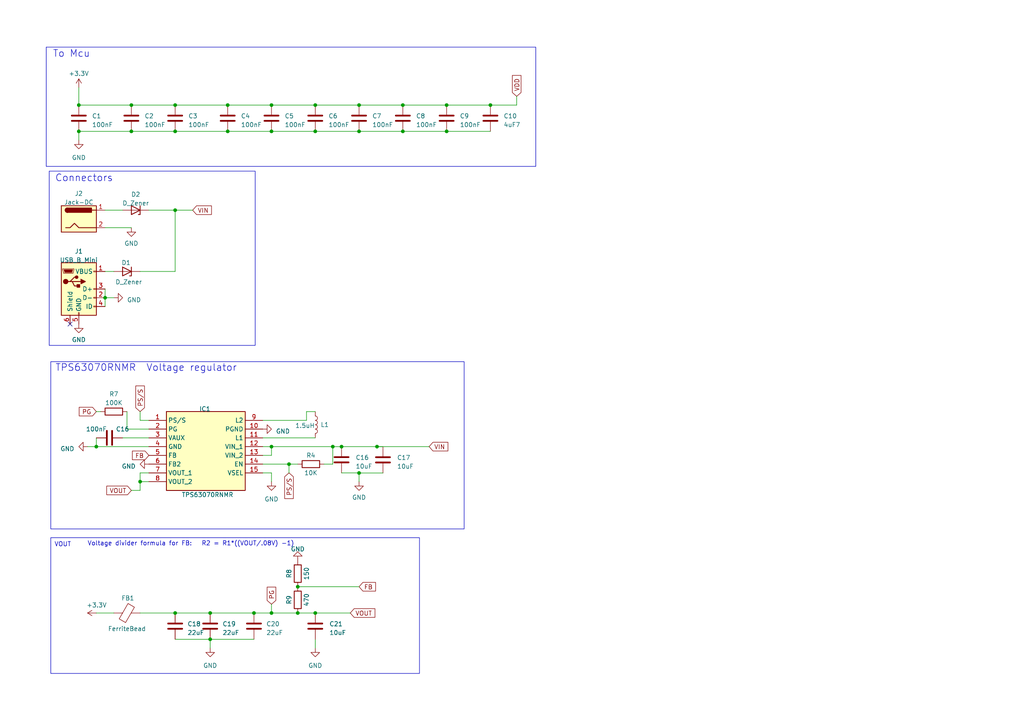
<source format=kicad_sch>
(kicad_sch (version 20230121) (generator eeschema)
  (paper "A4")
  (lib_symbols
    (symbol "Connector:Jack-DC" (pin_names (offset 1.016))
      (property "Reference" "J2" (at 0 7.366 0))
      (property "Value" "Jack-DC" (at 0 4.826 0))
      (symbol "Jack-DC_0_1"
        (rectangle (start -5.08 3.81) (end 5.08 -3.81) (stroke (width 0.254)) (fill (type background)))
        (arc (start -3.302 3.175) (mid -3.9343 2.54) (end -3.302 1.905) (stroke (width 0.254)))
        (arc (start -3.302 3.175) (mid -3.9343 2.54) (end -3.302 1.905) (stroke (width 0.254)) (fill (type outline)))
        (rectangle (start -3.302 3.175) (end 3.683 1.905) (stroke (width 0.254)) (fill (type outline)))
        (polyline (pts (xy 5.08 2.54) (xy 3.81 2.54)) (stroke (width 0.254)))
        (polyline (pts (xy -3.81 -2.54) (xy -2.54 -2.54) (xy -1.27 -1.27) (xy 0 -2.54) (xy 2.54 -2.54) (xy 5.08 -2.54)) (stroke (width 0.254)))
      )
      (symbol "Jack-DC_1_1"
        (pin power_out line (at 7.62 2.54 180) (length 2.54) (name "~") (number "1"))
        (pin passive line (at 7.62 -2.54 180) (length 2.54) (name "~") (number "2"))
      )
    )
    (symbol "Connector:USB_B_Mini" (pin_names (offset 1.016))
      (property "Reference" "J" (at -5.08 11.43 0))
      (property "Value" "USB_B_Mini" (at -5.08 8.89 0))
      (symbol "USB_B_Mini_0_1"
        (rectangle (start -5.08 -7.62) (end 5.08 7.62) (stroke (width 0.254)) (fill (type background)))
        (circle (center -3.81 2.159) (radius 0.635) (stroke (width 0.254)) (fill (type outline)))
        (circle (center -0.635 3.429) (radius 0.381) (stroke (width 0.254)) (fill (type outline)))
        (rectangle (start -0.127 -7.62) (end 0.127 -6.858))
        (polyline (pts (xy -1.905 2.159) (xy 0.635 2.159)) (stroke (width 0.254)))
        (polyline (pts (xy -3.175 2.159) (xy -2.54 2.159) (xy -1.27 3.429) (xy -0.635 3.429)) (stroke (width 0.254)))
        (polyline (pts (xy -2.54 2.159) (xy -1.905 2.159) (xy -1.27 0.889) (xy 0 0.889)) (stroke (width 0.254)))
        (polyline (pts (xy 0.635 2.794) (xy 0.635 1.524) (xy 1.905 2.159) (xy 0.635 2.794)) (stroke (width 0.254)) (fill (type outline)))
        (polyline (pts (xy -4.318 5.588) (xy -1.778 5.588) (xy -2.032 4.826) (xy -4.064 4.826) (xy -4.318 5.588)) (fill (type outline)))
        (polyline (pts (xy -4.699 5.842) (xy -4.699 5.588) (xy -4.445 4.826) (xy -4.445 4.572) (xy -1.651 4.572) (xy -1.651 4.826) (xy -1.397 5.588) (xy -1.397 5.842) (xy -4.699 5.842)))
        (rectangle (start 0.254 1.27) (end -0.508 0.508) (stroke (width 0.254)) (fill (type outline)))
        (rectangle (start 5.08 -5.207) (end 4.318 -4.953))
        (rectangle (start 5.08 -2.667) (end 4.318 -2.413))
        (rectangle (start 5.08 -0.127) (end 4.318 0.127))
        (rectangle (start 5.08 4.953) (end 4.318 5.207))
      )
      (symbol "USB_B_Mini_1_1"
        (pin power_out line (at 7.62 5.08 180) (length 2.54) (name "VBUS") (number "1"))
        (pin bidirectional line (at 7.62 -2.54 180) (length 2.54) (name "D-") (number "2"))
        (pin bidirectional line (at 7.62 0 180) (length 2.54) (name "D+") (number "3"))
        (pin passive line (at 7.62 -5.08 180) (length 2.54) (name "ID") (number "4"))
        (pin power_out line (at 0 -10.16 90) (length 2.54) (name "GND") (number "5"))
        (pin passive line (at -2.54 -10.16 90) (length 2.54) (name "Shield") (number "6"))
      )
    )
    (symbol "Device:C" (pin_numbers hide) (pin_names (offset 0.254))
      (property "Reference" "C" (at 0.635 2.54 0))
      (property "Value" "C" (at 0.635 -2.54 0))
      (symbol "C_0_1"
        (polyline (pts (xy -2.032 -0.762) (xy 2.032 -0.762)) (stroke (width 0.508)))
        (polyline (pts (xy -2.032 0.762) (xy 2.032 0.762)) (stroke (width 0.508)))
      )
      (symbol "C_1_1"
        (pin passive line (at 0 3.81 270) (length 2.794) (name "~") (number "1"))
        (pin passive line (at 0 -3.81 90) (length 2.794) (name "~") (number "2"))
      )
    )
    (symbol "Device:D_Zener" (pin_numbers hide) (pin_names (offset 1.016) hide)
      (property "Reference" "D" (at 0 2.54 0))
      (property "Value" "D_Zener" (at 0 -2.54 0))
      (symbol "D_Zener_0_1"
        (polyline (pts (xy 1.27 0) (xy -1.27 0)))
        (polyline (pts (xy -1.27 -1.27) (xy -1.27 1.27) (xy -0.762 1.27)) (stroke (width 0.254)))
        (polyline (pts (xy 1.27 -1.27) (xy 1.27 1.27) (xy -1.27 0) (xy 1.27 -1.27)) (stroke (width 0.254)))
      )
      (symbol "D_Zener_1_1"
        (pin passive line (at -3.81 0 0) (length 2.54) (name "K") (number "1"))
        (pin passive line (at 3.81 0 180) (length 2.54) (name "A") (number "2"))
      )
    )
    (symbol "Device:FerriteBead" (pin_numbers hide) (pin_names (offset 0))
      (property "Reference" "FB" (at -3.81 0.635 90))
      (property "Value" "FerriteBead" (at 3.81 0 90))
      (symbol "FerriteBead_0_1"
        (polyline (pts (xy 0 -1.27) (xy 0 -1.2192)))
        (polyline (pts (xy 0 1.27) (xy 0 1.2954)))
        (polyline (pts (xy -2.7686 0.4064) (xy -1.7018 2.2606) (xy 2.7686 -0.3048) (xy 1.6764 -2.159) (xy -2.7686 0.4064)))
      )
      (symbol "FerriteBead_1_1"
        (pin passive line (at 0 3.81 270) (length 2.54) (name "~") (number "1"))
        (pin passive line (at 0 -3.81 90) (length 2.54) (name "~") (number "2"))
      )
    )
    (symbol "Device:L" (pin_numbers hide) (pin_names (offset 1.016) hide)
      (property "Reference" "L" (at -1.27 0 90))
      (property "Value" "L" (at 1.905 0 90))
      (symbol "L_0_1"
        (arc (start 0 -2.54) (mid 0.6323 -1.905) (end 0 -1.27))
        (arc (start 0 -1.27) (mid 0.6323 -0.635) (end 0 0))
        (arc (start 0 0) (mid 0.6323 0.635) (end 0 1.27))
        (arc (start 0 1.27) (mid 0.6323 1.905) (end 0 2.54))
      )
      (symbol "L_1_1"
        (pin passive line (at 0 3.81 270) (length 1.27) (name "1") (number "1"))
        (pin passive line (at 0 -3.81 90) (length 1.27) (name "2") (number "2"))
      )
    )
    (symbol "Device:R" (pin_numbers hide) (pin_names (offset 0))
      (property "Reference" "R" (at 2.032 0 90))
      (property "Value" "R" (at 0 0 90))
      (symbol "R_0_1"
        (rectangle (start -1.016 -2.54) (end 1.016 2.54) (stroke (width 0.254)))
      )
      (symbol "R_1_1"
        (pin passive line (at 0 3.81 270) (length 1.27) (name "~") (number "1"))
        (pin passive line (at 0 -3.81 90) (length 1.27) (name "~") (number "2"))
      )
    )
    (symbol "TPS63070RNMR:TPS63070RNMR"
      (property "Reference" "IC2" (at 16.256 3.302 0))
      (property "Value" "TPS63070RNMR" (at 17.018 -21.59 0))
      (symbol "TPS63070RNMR_1_1"
        (rectangle (start 5.08 2.54) (end 27.94 -20.32) (stroke (width 0.254)) (fill (type background)))
        (pin passive line (at 0 0 0) (length 5.08) (name "PS/S") (number "1"))
        (pin passive line (at 33.02 -2.54 180) (length 5.08) (name "PGND") (number "10"))
        (pin passive line (at 33.02 -5.08 180) (length 5.08) (name "L1") (number "11"))
        (pin passive line (at 33.02 -7.62 180) (length 5.08) (name "VIN_1") (number "12"))
        (pin passive line (at 33.02 -10.16 180) (length 5.08) (name "VIN_2") (number "13"))
        (pin passive line (at 33.02 -12.7 180) (length 5.08) (name "EN") (number "14"))
        (pin passive line (at 33.02 -15.24 180) (length 5.08) (name "VSEL") (number "15"))
        (pin passive line (at 0 -2.54 0) (length 5.08) (name "PG") (number "2"))
        (pin passive line (at 0 -5.08 0) (length 5.08) (name "VAUX") (number "3"))
        (pin passive line (at 0 -7.62 0) (length 5.08) (name "GND") (number "4"))
        (pin passive line (at 0 -10.16 0) (length 5.08) (name "FB") (number "5"))
        (pin passive line (at 0 -12.7 0) (length 5.08) (name "FB2") (number "6"))
        (pin power_out line (at 0 -15.24 0) (length 5.08) (name "VOUT_1") (number "7"))
        (pin power_in line (at 0 -17.78 0) (length 5.08) (name "VOUT_2") (number "8"))
        (pin passive line (at 33.02 0 180) (length 5.08) (name "L2") (number "9"))
      )
    )
    (symbol "power:+3.3V" (power) (pin_names (offset 0))
      (property "Value" "+3.3V" (at 0 3.556 0))
      (symbol "+3.3V_0_1"
        (polyline (pts (xy -0.762 1.27) (xy 0 2.54)))
        (polyline (pts (xy 0 0) (xy 0 2.54)))
        (polyline (pts (xy 0 2.54) (xy 0.762 1.27)))
      )
      (symbol "+3.3V_1_1"
        (pin power_in line (at 0 0 90) (length 0) hide (name "+3.3V") (number "1"))
      )
    )
    (symbol "power:GND" (power) (pin_names (offset 0))
      (property "Value" "GND" (at 0 -3.81 0))
      (symbol "GND_0_1"
        (polyline (pts (xy 0 0) (xy 0 -1.27) (xy 1.27 -1.27) (xy 0 -2.54) (xy -1.27 -1.27) (xy 0 -1.27)))
      )
      (symbol "GND_1_1"
        (pin power_in line (at 0 0 270) (length 0) hide (name "GND") (number "1"))
      )
    )
  )
  (junction (at 66.04 38.1))
  (junction (at 60.96 185.42))
  (junction (at 73.66 177.8))
  (junction (at 78.74 177.8))
  (junction (at 86.36 170.18))
  (junction (at 78.74 38.1))
  (junction (at 109.347 129.54))
  (junction (at 38.1 38.1))
  (junction (at 50.8 177.8))
  (junction (at 50.8 38.1))
  (junction (at 99.06 129.54))
  (junction (at 30.48 86.36))
  (junction (at 129.54 30.48))
  (junction (at 60.96 177.8))
  (junction (at 66.04 30.48))
  (junction (at 91.44 38.1))
  (junction (at 27.94 129.54))
  (junction (at 96.52 129.54))
  (junction (at 91.44 177.8))
  (junction (at 78.74 129.54))
  (junction (at 104.14 30.48))
  (junction (at 104.14 38.1))
  (junction (at 86.36 177.8))
  (junction (at 129.54 38.1))
  (junction (at 104.14 137.1854))
  (junction (at 142.24 30.48))
  (junction (at 50.8 30.48))
  (junction (at 38.1 30.48))
  (junction (at 40.64 139.7))
  (junction (at 83.82 134.62))
  (junction (at 22.86 38.1))
  (junction (at 50.8 60.96))
  (junction (at 116.84 38.1))
  (junction (at 22.86 30.48))
  (junction (at 116.84 30.48))
  (junction (at 78.74 30.48))
  (junction (at 91.44 30.48))
  (no_connect (at 20.32 93.98))
  (wire (pts (xy 36.83 124.46) (xy 43.18 124.46)))
  (wire (pts (xy 93.98 134.62) (xy 96.52 134.62)))
  (wire (pts (xy 104.14 137.1854) (xy 111.0742 137.1854)))
  (wire (pts (xy 91.44 177.8) (xy 101.6 177.8)))
  (wire (pts (xy 30.48 86.36) (xy 30.48 88.9)))
  (wire (pts (xy 83.82 134.62) (xy 83.82 137.16)))
  (wire (pts (xy 104.14 137.1854) (xy 104.14 137.16)))
  (wire (pts (xy 142.24 30.48) (xy 149.86 30.48)))
  (wire (pts (xy 22.86 38.1) (xy 22.86 40.64)))
  (wire (pts (xy 129.54 30.48) (xy 142.24 30.48)))
  (wire (pts (xy 38.1 30.48) (xy 50.8 30.48)))
  (wire (pts (xy 25.4 129.54) (xy 27.94 129.54)))
  (wire (pts (xy 78.74 30.48) (xy 91.44 30.48)))
  (wire (pts (xy 91.44 30.48) (xy 104.14 30.48)))
  (wire (pts (xy 96.52 129.54) (xy 99.06 129.54)))
  (wire (pts (xy 116.84 38.1) (xy 129.54 38.1)))
  (wire (pts (xy 78.74 139.7) (xy 78.74 137.16)))
  (wire (pts (xy 86.36 177.8) (xy 91.44 177.8)))
  (wire (pts (xy 104.14 170.18) (xy 86.36 170.18)))
  (wire (pts (xy 104.14 30.48) (xy 116.84 30.48)))
  (wire (pts (xy 111.0742 129.5654) (xy 109.347 129.5654)))
  (wire (pts (xy 40.64 78.74) (xy 50.8 78.74)))
  (wire (pts (xy 76.2 121.92) (xy 88.9 121.92)))
  (wire (pts (xy 116.84 30.48) (xy 129.54 30.48)))
  (wire (pts (xy 22.86 38.1) (xy 38.1 38.1)))
  (wire (pts (xy 50.8 185.42) (xy 60.96 185.42)))
  (wire (pts (xy 66.04 30.48) (xy 78.74 30.48)))
  (wire (pts (xy 78.74 38.1) (xy 91.44 38.1)))
  (wire (pts (xy 104.14 137.1854) (xy 104.14 139.7)))
  (wire (pts (xy 50.8 60.96) (xy 55.88 60.96)))
  (wire (pts (xy 35.56 127) (xy 43.18 127)))
  (wire (pts (xy 30.48 60.96) (xy 35.56 60.96)))
  (wire (pts (xy 91.44 185.42) (xy 91.44 187.96)))
  (wire (pts (xy 50.8 78.74) (xy 50.8 60.96)))
  (wire (pts (xy 40.64 142.24) (xy 40.64 139.7)))
  (wire (pts (xy 76.2 134.62) (xy 83.82 134.62)))
  (wire (pts (xy 22.86 25.4) (xy 22.86 30.48)))
  (wire (pts (xy 50.8 30.48) (xy 66.04 30.48)))
  (wire (pts (xy 76.2 127) (xy 91.44 127)))
  (wire (pts (xy 78.74 129.54) (xy 78.74 132.08)))
  (wire (pts (xy 99.06 129.54) (xy 109.347 129.54)))
  (wire (pts (xy 27.94 177.8) (xy 33.02 177.8)))
  (wire (pts (xy 40.64 177.8) (xy 50.8 177.8)))
  (wire (pts (xy 129.54 38.1) (xy 142.24 38.1)))
  (wire (pts (xy 50.8 177.8) (xy 60.96 177.8)))
  (wire (pts (xy 78.74 137.16) (xy 76.2 137.16)))
  (wire (pts (xy 78.74 177.8) (xy 86.36 177.8)))
  (wire (pts (xy 27.94 127) (xy 27.94 129.54)))
  (wire (pts (xy 50.8 60.96) (xy 43.18 60.96)))
  (wire (pts (xy 22.86 30.48) (xy 38.1 30.48)))
  (wire (pts (xy 50.8 38.1) (xy 66.04 38.1)))
  (wire (pts (xy 40.64 121.92) (xy 43.18 121.92)))
  (wire (pts (xy 30.48 83.82) (xy 30.48 86.36)))
  (wire (pts (xy 40.64 119.38) (xy 40.64 121.92)))
  (wire (pts (xy 36.83 119.38) (xy 36.83 124.46)))
  (wire (pts (xy 43.18 137.16) (xy 40.64 137.16)))
  (wire (pts (xy 66.04 38.1) (xy 78.74 38.1)))
  (wire (pts (xy 73.66 177.8) (xy 78.74 177.8)))
  (wire (pts (xy 76.2 129.54) (xy 78.74 129.54)))
  (wire (pts (xy 83.82 134.62) (xy 86.36 134.62)))
  (wire (pts (xy 60.96 185.42) (xy 60.96 187.96)))
  (wire (pts (xy 27.94 119.38) (xy 29.21 119.38)))
  (wire (pts (xy 109.347 129.54) (xy 124.46 129.54)))
  (wire (pts (xy 30.48 66.04) (xy 38.1 66.04)))
  (wire (pts (xy 30.48 78.74) (xy 33.02 78.74)))
  (wire (pts (xy 109.347 129.5654) (xy 109.347 129.54)))
  (wire (pts (xy 96.52 134.62) (xy 96.52 129.54)))
  (wire (pts (xy 104.14 38.1) (xy 116.84 38.1)))
  (wire (pts (xy 78.74 175.26) (xy 78.74 177.8)))
  (wire (pts (xy 76.2 132.08) (xy 78.74 132.08)))
  (wire (pts (xy 88.9 121.92) (xy 88.9 119.38)))
  (wire (pts (xy 38.1 38.1) (xy 50.8 38.1)))
  (wire (pts (xy 40.64 137.16) (xy 40.64 139.7)))
  (wire (pts (xy 91.44 38.1) (xy 104.14 38.1)))
  (wire (pts (xy 149.86 27.94) (xy 149.86 30.48)))
  (wire (pts (xy 99.06 137.16) (xy 104.14 137.16)))
  (wire (pts (xy 30.48 86.36) (xy 33.02 86.36)))
  (wire (pts (xy 60.96 177.8) (xy 73.66 177.8)))
  (wire (pts (xy 27.94 129.54) (xy 43.18 129.54)))
  (wire (pts (xy 60.96 185.42) (xy 73.66 185.42)))
  (wire (pts (xy 78.74 129.54) (xy 96.52 129.54)))
  (wire (pts (xy 38.1 142.24) (xy 40.64 142.24)))
  (wire (pts (xy 88.9 119.38) (xy 91.44 119.38)))
  (wire (pts (xy 40.64 139.7) (xy 43.18 139.7)))
  (rectangle (start 13.4112 13.6652) (end 155.3972 48.26))
  (rectangle (start 14.732 155.956) (end 121.666 195.326))
  (rectangle (start 14.732 104.902) (end 134.62 153.416))
  (rectangle (start 14.2748 49.6316) (end 74.0156 100.1776))
  (text "TPS63070RNMR  Voltage regulator" (at 16.002 107.95 0) (effects (font (size 2 2)) (justify left bottom)))
  (text " Voltage divider formula for FB:   R2 = R1*((VOUT/.08V) -1)" (at 24.384 158.496 0) (effects (font (size 1.27 1.27)) (justify left bottom)))
  (text "To Mcu" (at 15.2908 16.8656 0) (effects (font (size 2 2)) (justify left bottom)))
  (text "VOUT\n" (at 15.748 158.75 0) (effects (font (size 1.27 1.27)) (justify left bottom)))
  (text "Connectors" (at 15.9512 52.9336 0) (effects (font (size 2 2)) (justify left bottom)))
  (global_label "FB" (shape input) (at 104.14 170.18 0) (property "Intersheetrefs" "${INTERSHEET_REFS}" (effects hide)))
  (global_label "VOUT" (shape input) (at 101.6 177.8 0) (property "Intersheetrefs" "${INTERSHEET_REFS}" (effects hide)))
  (global_label "PS{slash}S" (shape input) (at 83.82 137.16 270) (property "Intersheetrefs" "${INTERSHEET_REFS}" (effects hide)))
  (global_label "VDD" (shape input) (at 149.86 27.94 90) (property "Intersheetrefs" "${INTERSHEET_REFS}" (effects hide)))
  (global_label "VOUT" (shape input) (at 38.1 142.24 180) (property "Intersheetrefs" "${INTERSHEET_REFS}" (effects hide)))
  (global_label "PG" (shape input) (at 27.94 119.38 180) (property "Intersheetrefs" "${INTERSHEET_REFS}" (effects hide)))
  (global_label "FB" (shape input) (at 43.18 132.08 180) (property "Intersheetrefs" "${INTERSHEET_REFS}" (effects hide)))
  (global_label "VIN" (shape input) (at 124.46 129.54 0) (property "Intersheetrefs" "${INTERSHEET_REFS}" (effects hide)))
  (global_label "PS{slash}S" (shape input) (at 40.64 119.38 90) (property "Intersheetrefs" "${INTERSHEET_REFS}" (effects hide)))
  (global_label "VIN" (shape input) (at 55.88 60.96 0) (property "Intersheetrefs" "${INTERSHEET_REFS}" (effects hide)))
  (global_label "PG" (shape input) (at 78.74 175.26 90) (property "Intersheetrefs" "${INTERSHEET_REFS}" (effects hide)))
  (symbol (lib_id "Device:L") (at 91.44 123.19 0) (unit 1)
    (property "Reference" "L1" (at 92.964 123.19 0) (effects (justify left)))
    (property "Value" "1.5uH" (at 85.598 123.444 0) (effects (justify left)))
    (instances (project "power_supply" (path "" (reference "L1") (unit 1)) (path "" (reference "L2") (unit 1))))
  )
  (symbol (lib_id "Device:C") (at 73.66 181.61 0) (unit 1)
    (property "Reference" "C20" (at 77.216 180.975 0) (effects (justify left)))
    (property "Value" "22uF" (at 77.216 183.515 0) (effects (justify left)))
    (instances (project "power_supply" (path "" (reference "C20") (unit 1)) (path "" (reference "C29") (unit 1))))
  )
  (symbol (lib_id "power:GND") (at 91.44 187.96 0) (unit 1)
    (property "Reference" "#PWR023" (effects hide))
    (property "Value" "GND" (at 91.44 193.04 0))
    (instances (project "power_supply" (path "" (reference "#PWR023") (unit 1)) (path "" (reference "#PWR035") (unit 1))))
  )
  (symbol (lib_id "power:GND") (at 33.02 86.36 90) (unit 1)
    (property "Reference" "#PWR017" (effects hide))
    (property "Value" "GND" (at 36.83 86.995 90) (effects (justify right)))
    (instances (project "power_supply" (path "" (reference "#PWR017") (unit 1)) (path "" (reference "#PWR014") (unit 1))))
  )
  (symbol (lib_id "Device:C") (at 91.44 34.29 0) (unit 1)
    (property "Reference" "C6" (at 95.25 33.655 0) (effects (justify left)))
    (property "Value" "100nF" (at 95.25 36.195 0) (effects (justify left)))
    (instances (project "power_supply" (path "" (reference "C6") (unit 1)) (path "" (reference "C30") (unit 1))))
  )
  (symbol (lib_id "Device:D_Zener") (at 36.83 78.74 180) (unit 1)
    (property "Reference" "D1" (at 36.576 76.2 0))
    (property "Value" "D_Zener" (at 37.338 81.788 0))
  )
  (symbol (lib_id "power:GND") (at 22.86 93.98 0) (unit 1)
    (property "Reference" "#PWR017" (effects hide))
    (property "Value" "GND" (at 22.86 98.552 0))
    (instances (project "power_supply" (path "" (reference "#PWR017") (unit 1)) (path "" (reference "#PWR09") (unit 1))))
  )
  (symbol (lib_id "Device:C") (at 111.0742 133.3754 0) (unit 1)
    (property "Reference" "C17" (at 115.1382 132.7404 0) (effects (justify left)))
    (property "Value" "10uF" (at 115.1382 135.2804 0) (effects (justify left)))
    (instances (project "power_supply" (path "" (reference "C17") (unit 1)) (path "" (reference "C35") (unit 1))))
  )
  (symbol (lib_id "TPS63070RNMR:TPS63070RNMR") (at 43.18 121.92 0) (unit 1)
    (property "Reference" "IC1" (at 59.436 118.618 0))
    (property "Value" "TPS63070RNMR" (at 60.198 143.51 0))
    (property "Footprint" "Custom_eric:TPS630701RNMR" (effects hide))
    (property "Datasheet" "http://www.ti.com/lit/gpn/tps63070" (effects hide))
    (property "Mouser Part Number" "595-TPS63070RNMR" (effects hide))
    (property "Mouser Price/Stock" "https://www.mouser.co.uk/ProductDetail/Texas-Instruments/TPS63070RNMR?qs=LuYMPh7GGMS51GHntBDRnQ%3D%3D" (effects hide))
    (property "Manufacturer_Name" "Texas Instruments" (effects hide))
    (property "Manufacturer_Part_Number" "TPS63070RNMR" (effects hide))
    (instances (project "power_supply" (path "" (reference "IC1") (unit 1)) (path "" (reference "IC2") (unit 1))))
  )
  (symbol (lib_id "power:+3.3V") (at 27.94 177.8 90) (unit 1)
    (property "Reference" "#PWR016" (effects hide))
    (property "Value" "+3.3V" (at 30.988 175.514 90) (effects (justify left)))
    (instances (project "power_supply" (path "" (reference "#PWR016") (unit 1)) (path "" (reference "#PWR025") (unit 1))))
  )
  (symbol (lib_id "Device:D_Zener") (at 39.37 60.96 180) (unit 1)
    (property "Reference" "D2" (at 39.37 56.388 0))
    (property "Value" "D_Zener" (at 39.37 58.928 0))
  )
  (symbol (lib_id "power:GND") (at 25.4 129.54 270) (unit 1)
    (property "Reference" "#PWR019" (effects hide))
    (property "Value" "GND" (at 21.59 130.175 90) (effects (justify right)))
    (instances (project "power_supply" (path "" (reference "#PWR019") (unit 1)) (path "" (reference "#PWR028") (unit 1))))
  )
  (symbol (lib_id "Device:C") (at 142.24 34.29 0) (unit 1)
    (property "Reference" "C10" (at 146.05 33.655 0) (effects (justify left)))
    (property "Value" "4uF7" (at 146.05 36.195 0) (effects (justify left)))
    (instances (project "power_supply" (path "" (reference "C10") (unit 1)) (path "" (reference "C37") (unit 1))))
  )
  (symbol (lib_id "Device:C") (at 116.84 34.29 0) (unit 1)
    (property "Reference" "C8" (at 120.65 33.655 0) (effects (justify left)))
    (property "Value" "100nF" (at 120.65 36.195 0) (effects (justify left)))
    (instances (project "power_supply" (path "" (reference "C8") (unit 1)) (path "" (reference "C33") (unit 1))))
  )
  (symbol (lib_id "power:GND") (at 60.96 187.96 0) (unit 1)
    (property "Reference" "#PWR024" (effects hide))
    (property "Value" "GND" (at 60.96 193.04 0))
    (instances (project "power_supply" (path "" (reference "#PWR024") (unit 1)) (path "" (reference "#PWR031") (unit 1))))
  )
  (symbol (lib_id "power:GND") (at 104.14 139.7 0) (unit 1)
    (property "Reference" "#PWR017" (effects hide))
    (property "Value" "GND" (at 104.14 144.272 0))
    (instances (project "power_supply" (path "" (reference "#PWR017") (unit 1)) (path "" (reference "#PWR036") (unit 1))))
  )
  (symbol (lib_id "power:GND") (at 43.18 134.62 270) (unit 1)
    (property "Reference" "#PWR021" (effects hide))
    (property "Value" "GND" (at 39.37 135.255 90) (effects (justify right)))
    (instances (project "power_supply" (path "" (reference "#PWR021") (unit 1)) (path "" (reference "#PWR029") (unit 1))))
  )
  (symbol (lib_id "Device:C") (at 99.06 133.35 0) (unit 1)
    (property "Reference" "C16" (at 103.124 132.715 0) (effects (justify left)))
    (property "Value" "10uF" (at 103.124 135.255 0) (effects (justify left)))
    (instances (project "power_supply" (path "" (reference "C16") (unit 1)) (path "" (reference "C34") (unit 1))))
  )
  (symbol (lib_id "Device:R") (at 90.17 134.62 90) (unit 1)
    (property "Reference" "R4" (at 90.17 132.08 90))
    (property "Value" "10K" (at 90.17 137.16 90))
    (instances (project "power_supply" (path "" (reference "R4") (unit 1)) (path "" (reference "R13") (unit 1))))
  )
  (symbol (lib_id "Device:C") (at 31.75 127 90) (unit 1)
    (property "Reference" "C16" (at 35.56 124.46 90))
    (property "Value" "100nF" (at 27.94 124.46 90))
    (instances (project "power_supply" (path "" (reference "C16") (unit 1)) (path "" (reference "C1") (unit 1))))
  )
  (symbol (lib_id "Device:R") (at 86.36 173.99 180) (unit 1)
    (property "Reference" "R9" (at 83.82 173.99 90))
    (property "Value" "470" (at 88.9 173.99 90))
    (instances (project "power_supply" (path "" (reference "R9") (unit 1)) (path "" (reference "R12") (unit 1))))
  )
  (symbol (lib_id "Device:C") (at 38.1 34.29 0) (unit 1)
    (property "Reference" "C2" (at 41.91 33.655 0) (effects (justify left)))
    (property "Value" "100nF" (at 41.91 36.195 0) (effects (justify left)))
    (instances (project "power_supply" (path "" (reference "C2") (unit 1)) (path "" (reference "C23") (unit 1))))
  )
  (symbol (lib_id "power:GND") (at 22.86 40.64 0) (unit 1)
    (property "Reference" "#PWR01" (effects hide))
    (property "Value" "GND" (at 22.86 45.72 0))
    (instances (project "power_supply" (path "" (reference "#PWR01") (unit 1)) (path "" (reference "#PWR027") (unit 1))))
  )
  (symbol (lib_id "Device:C") (at 78.74 34.29 0) (unit 1)
    (property "Reference" "C5" (at 82.55 33.655 0) (effects (justify left)))
    (property "Value" "100nF" (at 82.55 36.195 0) (effects (justify left)))
    (instances (project "power_supply" (path "" (reference "C5") (unit 1)) (path "" (reference "C28") (unit 1))))
  )
  (symbol (lib_id "Connector:USB_B_Mini") (at 22.86 83.82 0) (unit 1)
    (property "Reference" "J1" (at 22.86 72.898 0))
    (property "Value" "USB_B_Mini" (at 22.86 75.438 0))
    (property "Footprint" "Connector_USB:USB_Micro-B_Molex_47346-0001" (effects hide))
  )
  (symbol (lib_id "Device:C") (at 129.54 34.29 0) (unit 1)
    (property "Reference" "C9" (at 133.35 33.655 0) (effects (justify left)))
    (property "Value" "100nF" (at 133.35 36.195 0) (effects (justify left)))
    (instances (project "power_supply" (path "" (reference "C9") (unit 1)) (path "" (reference "C36") (unit 1))))
  )
  (symbol (lib_id "power:GND") (at 76.2 124.46 90) (unit 1)
    (property "Reference" "#PWR014" (effects hide))
    (property "Value" "GND" (at 80.01 125.095 90) (effects (justify right)))
    (instances (project "power_supply" (path "" (reference "#PWR014") (unit 1)) (path "" (reference "#PWR032") (unit 1))))
  )
  (symbol (lib_id "Device:C") (at 60.96 181.61 0) (unit 1)
    (property "Reference" "C19" (at 64.516 180.975 0) (effects (justify left)))
    (property "Value" "22uF" (at 64.516 183.515 0) (effects (justify left)))
    (instances (project "power_supply" (path "" (reference "C19") (unit 1)) (path "" (reference "C27") (unit 1))))
  )
  (symbol (lib_id "Device:C") (at 50.8 34.29 0) (unit 1)
    (property "Reference" "C3" (at 54.61 33.655 0) (effects (justify left)))
    (property "Value" "100nF" (at 54.61 36.195 0) (effects (justify left)))
    (instances (project "power_supply" (path "" (reference "C3") (unit 1)) (path "" (reference "C24") (unit 1))))
  )
  (symbol (lib_id "power:GND") (at 38.1 66.04 0) (unit 1)
    (property "Reference" "#PWR017" (effects hide))
    (property "Value" "GND" (at 38.1 70.612 0))
    (instances (project "power_supply" (path "" (reference "#PWR017") (unit 1)) (path "" (reference "#PWR012") (unit 1))))
  )
  (symbol (lib_id "power:GND") (at 86.36 162.56 180) (unit 1)
    (property "Reference" "#PWR022" (effects hide))
    (property "Value" "GND" (at 86.36 159.258 0))
    (instances (project "power_supply" (path "" (reference "#PWR022") (unit 1)) (path "" (reference "#PWR033") (unit 1))))
  )
  (symbol (lib_id "power:+3.3V") (at 22.86 25.4 0) (unit 1)
    (property "Reference" "#PWR012" (effects hide))
    (property "Value" "+3.3V" (at 22.86 21.336 0))
    (instances (project "power_supply" (path "" (reference "#PWR012") (unit 1)) (path "" (reference "#PWR026") (unit 1))))
  )
  (symbol (lib_id "power:GND") (at 78.74 139.7 0) (unit 1)
    (property "Reference" "#PWR018" (effects hide))
    (property "Value" "GND" (at 78.74 144.78 0))
    (instances (project "power_supply" (path "" (reference "#PWR018") (unit 1)) (path "" (reference "#PWR034") (unit 1))))
  )
  (symbol (lib_id "Device:C") (at 22.86 34.29 0) (unit 1)
    (property "Reference" "C1" (at 26.67 33.655 0) (effects (justify left)))
    (property "Value" "100nF" (at 26.67 36.195 0) (effects (justify left)))
    (instances (project "power_supply" (path "" (reference "C1") (unit 1)) (path "" (reference "C22") (unit 1))))
  )
  (symbol (lib_id "Device:C") (at 104.14 34.29 0) (unit 1)
    (property "Reference" "C7" (at 107.95 33.655 0) (effects (justify left)))
    (property "Value" "100nF" (at 107.95 36.195 0) (effects (justify left)))
    (instances (project "power_supply" (path "" (reference "C7") (unit 1)) (path "" (reference "C32") (unit 1))))
  )
  (symbol (lib_id "Device:R") (at 33.02 119.38 270) (unit 1)
    (property "Reference" "R7" (at 33.02 114.3 90))
    (property "Value" "100K" (at 33.02 116.84 90))
    (instances (project "power_supply" (path "" (reference "R7") (unit 1)) (path "" (reference "R10") (unit 1))))
  )
  (symbol (lib_id "Device:C") (at 91.44 181.61 0) (unit 1)
    (property "Reference" "C21" (at 95.504 180.975 0) (effects (justify left)))
    (property "Value" "10uF" (at 95.504 183.515 0) (effects (justify left)))
    (instances (project "power_supply" (path "" (reference "C21") (unit 1)) (path "" (reference "C31") (unit 1))))
  )
  (symbol (lib_id "Device:R") (at 86.36 166.37 180) (unit 1)
    (property "Reference" "R8" (at 83.82 166.37 90))
    (property "Value" "150" (at 88.9 166.37 90))
    (instances (project "power_supply" (path "" (reference "R8") (unit 1)) (path "" (reference "R11") (unit 1))))
  )
  (symbol (lib_id "Device:C") (at 50.8 181.61 0) (unit 1)
    (property "Reference" "C18" (at 54.356 180.975 0) (effects (justify left)))
    (property "Value" "22uF" (at 54.356 183.515 0) (effects (justify left)))
    (instances (project "power_supply" (path "" (reference "C18") (unit 1)) (path "" (reference "C25") (unit 1))))
  )
  (symbol (lib_id "Connector:Jack-DC") (at 22.86 63.5 0) (unit 1)
    (property "Reference" "J2" (at 22.86 56.134 0))
    (property "Value" "Jack-DC" (at 22.86 58.674 0))
  )
  (symbol (lib_id "Device:C") (at 66.04 34.29 0) (unit 1)
    (property "Reference" "C4" (at 69.85 33.655 0) (effects (justify left)))
    (property "Value" "100nF" (at 69.85 36.195 0) (effects (justify left)))
    (instances (project "power_supply" (path "" (reference "C4") (unit 1)) (path "" (reference "C26") (unit 1))))
  )
  (symbol (lib_id "Device:FerriteBead") (at 36.83 177.8 90) (unit 1)
    (property "Reference" "FB1" (at 37.084 173.482 90))
    (property "Value" "FerriteBead" (at 36.83 182.372 90))
    (instances (project "power_supply" (path "" (reference "FB1") (unit 1)) (path "" (reference "FB2") (unit 1))))
  )
)
</source>
